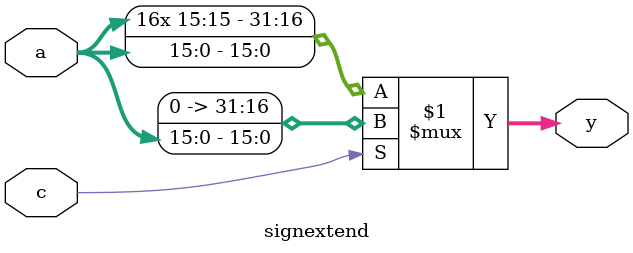
<source format=sv>
`timescale 1ns / 1ps


module signextend(
    input logic [15:0] a,
    input logic c,
    output logic [31:0] y
    );
    assign y=c?{16'b0,a}:{{16{a[15]}},a};
endmodule

</source>
